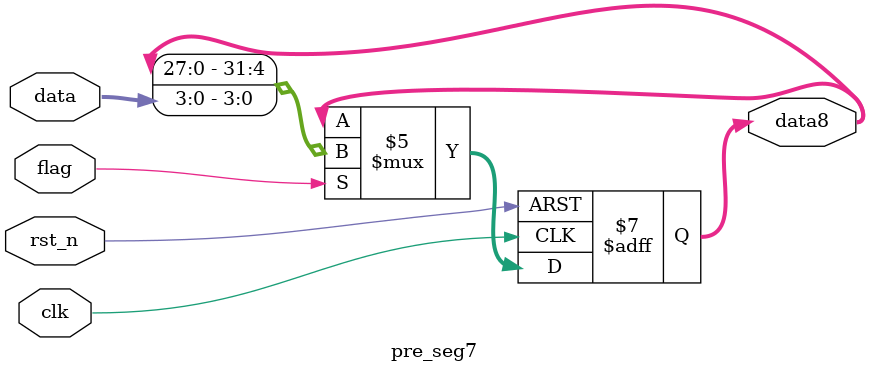
<source format=v>
module pre_seg7 (clk, rst_n, data, flag, data8);

	input clk, rst_n;
	input [3:0] data;
	input flag;
	
	output reg [31:0] data8;

	always @ (posedge clk or negedge rst_n)
		begin
			if (!rst_n)
				data8 <= 32'h0000_0000;
			else
				begin
					if (!flag)
						data8 <= data8;
					else
						data8 <= {data8[27:0], data};
				end
		end

endmodule

</source>
